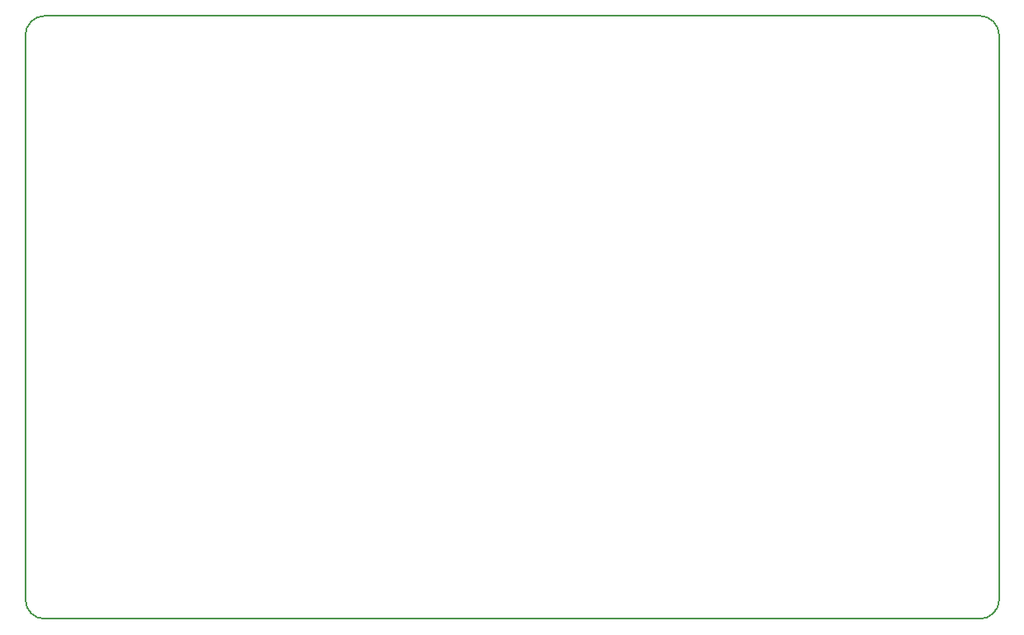
<source format=gbr>
%TF.GenerationSoftware,KiCad,Pcbnew,8.0.1*%
%TF.CreationDate,2024-07-30T14:49:37+02:00*%
%TF.ProjectId,driver,64726976-6572-42e6-9b69-6361645f7063,rev?*%
%TF.SameCoordinates,Original*%
%TF.FileFunction,Profile,NP*%
%FSLAX46Y46*%
G04 Gerber Fmt 4.6, Leading zero omitted, Abs format (unit mm)*
G04 Created by KiCad (PCBNEW 8.0.1) date 2024-07-30 14:49:37*
%MOMM*%
%LPD*%
G01*
G04 APERTURE LIST*
%TA.AperFunction,Profile*%
%ADD10C,0.200000*%
%TD*%
G04 APERTURE END LIST*
D10*
X152000000Y-112000000D02*
G75*
G02*
X150000000Y-110000000I0J2000000D01*
G01*
X248000000Y-50000000D02*
G75*
G02*
X250000000Y-52000000I0J-2000000D01*
G01*
X150000000Y-52000000D02*
G75*
G02*
X152000000Y-50000000I2000000J0D01*
G01*
X150000000Y-110000000D02*
X150000000Y-52000000D01*
X250000000Y-52000000D02*
X250000000Y-110000000D01*
X248000000Y-112000000D02*
X152000000Y-112000000D01*
X250000000Y-110000000D02*
G75*
G02*
X248000000Y-112000000I-2000000J0D01*
G01*
X152000000Y-50000000D02*
X248000000Y-50000000D01*
M02*

</source>
